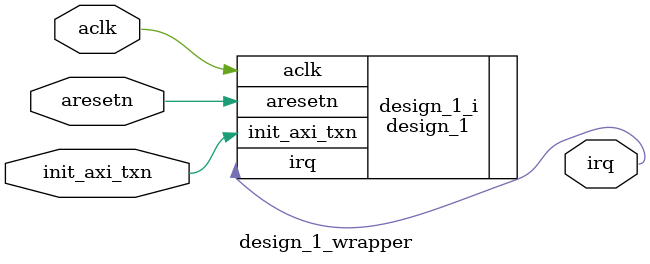
<source format=v>
`timescale 1 ps / 1 ps

module design_1_wrapper
   (aclk,
    aresetn,
    init_axi_txn,
    irq);
  input aclk;
  input aresetn;
  input init_axi_txn;
  output irq;

  wire aclk;
  wire aresetn;
  wire init_axi_txn;
  wire irq;

  design_1 design_1_i
       (.aclk(aclk),
        .aresetn(aresetn),
        .init_axi_txn(init_axi_txn),
        .irq(irq));
endmodule

</source>
